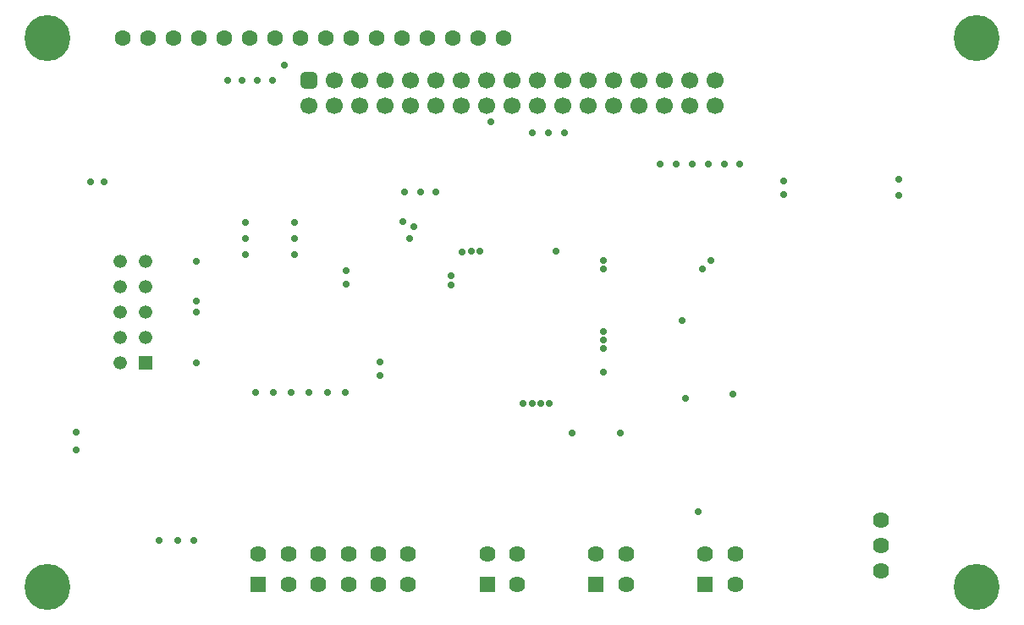
<source format=gbs>
G04*
G04 #@! TF.GenerationSoftware,Altium Limited,Altium Designer,23.8.1 (32)*
G04*
G04 Layer_Color=16711935*
%FSLAX43Y43*%
%MOMM*%
G71*
G04*
G04 #@! TF.SameCoordinates,9BBBEFC2-DBCC-4367-88D2-B00D1FEB7D6A*
G04*
G04*
G04 #@! TF.FilePolarity,Negative*
G04*
G01*
G75*
%ADD45C,4.600*%
%ADD46C,1.700*%
G04:AMPARAMS|DCode=47|XSize=1.7mm|YSize=1.7mm|CornerRadius=0.45mm|HoleSize=0mm|Usage=FLASHONLY|Rotation=0.000|XOffset=0mm|YOffset=0mm|HoleType=Round|Shape=RoundedRectangle|*
%AMROUNDEDRECTD47*
21,1,1.700,0.800,0,0,0.0*
21,1,0.800,1.700,0,0,0.0*
1,1,0.900,0.400,-0.400*
1,1,0.900,-0.400,-0.400*
1,1,0.900,-0.400,0.400*
1,1,0.900,0.400,0.400*
%
%ADD47ROUNDEDRECTD47*%
%ADD48C,3.600*%
%ADD49C,1.600*%
%ADD50C,1.624*%
%ADD51C,0.100*%
%ADD52R,1.624X1.624*%
%ADD53C,1.340*%
%ADD54R,1.340X1.340*%
%ADD55C,0.700*%
D45*
X12500Y67500D02*
D03*
X105500Y12500D02*
D03*
Y67500D02*
D03*
X12500Y12500D02*
D03*
D46*
X64080Y63270D02*
D03*
X61540D02*
D03*
X59000D02*
D03*
X76780Y60730D02*
D03*
X74240D02*
D03*
X71700D02*
D03*
X69160D02*
D03*
X74240Y63270D02*
D03*
X71700D02*
D03*
X69160D02*
D03*
X66620Y60730D02*
D03*
Y63270D02*
D03*
X53920Y60730D02*
D03*
Y63270D02*
D03*
X51380Y60730D02*
D03*
X48840D02*
D03*
X51380Y63270D02*
D03*
X48840D02*
D03*
X46300Y60730D02*
D03*
Y63270D02*
D03*
X43760Y60730D02*
D03*
Y63270D02*
D03*
X41220Y60730D02*
D03*
Y63270D02*
D03*
X56460Y60730D02*
D03*
X59000D02*
D03*
X61540D02*
D03*
X64080D02*
D03*
X38680D02*
D03*
X76780Y63270D02*
D03*
X79320D02*
D03*
Y60730D02*
D03*
X56460Y63270D02*
D03*
D47*
X38680D02*
D03*
D48*
X12500Y67500D02*
D03*
Y12500D02*
D03*
X105500D02*
D03*
Y67500D02*
D03*
D49*
X25080D02*
D03*
X27620D02*
D03*
X30160D02*
D03*
X32700D02*
D03*
X35240D02*
D03*
X37780D02*
D03*
X40320D02*
D03*
X42860D02*
D03*
X45400D02*
D03*
X47940D02*
D03*
X50480D02*
D03*
X53020D02*
D03*
X55560D02*
D03*
X58100D02*
D03*
X20000D02*
D03*
X22540D02*
D03*
D50*
X48600Y12800D02*
D03*
Y15800D02*
D03*
X45600D02*
D03*
Y12800D02*
D03*
X36600D02*
D03*
X39600D02*
D03*
X42600D02*
D03*
X33600Y15800D02*
D03*
X42600D02*
D03*
X39600D02*
D03*
X36600D02*
D03*
X81300D02*
D03*
X78300D02*
D03*
X81300Y12800D02*
D03*
X70400Y15800D02*
D03*
X67400D02*
D03*
X70400Y12800D02*
D03*
X59500Y15800D02*
D03*
X56500D02*
D03*
X59500Y12800D02*
D03*
X95873Y14160D02*
D03*
Y16700D02*
D03*
Y19240D02*
D03*
D51*
X30600Y16740D02*
D03*
X51600D02*
D03*
X84300D02*
D03*
X75300D02*
D03*
X73400D02*
D03*
X64400D02*
D03*
X62500D02*
D03*
X53500D02*
D03*
D52*
X33600Y12800D02*
D03*
X78300D02*
D03*
X67400D02*
D03*
X56500D02*
D03*
D53*
X19800Y37460D02*
D03*
X22340Y42540D02*
D03*
X19800Y45080D02*
D03*
Y34920D02*
D03*
X22340Y37460D02*
D03*
Y40000D02*
D03*
X19800D02*
D03*
Y42540D02*
D03*
X22340Y45080D02*
D03*
D54*
Y34920D02*
D03*
D55*
X56900Y59100D02*
D03*
X63400Y46100D02*
D03*
X64200Y58000D02*
D03*
X62600D02*
D03*
X61000D02*
D03*
X36200Y64800D02*
D03*
X35000Y63200D02*
D03*
X32000D02*
D03*
X30500D02*
D03*
X33500D02*
D03*
X27400Y40000D02*
D03*
Y34920D02*
D03*
Y41173D02*
D03*
Y45080D02*
D03*
X54888Y46112D02*
D03*
X53988Y46088D02*
D03*
X49200Y48600D02*
D03*
X48729Y47408D02*
D03*
X37200Y49000D02*
D03*
X55800Y46100D02*
D03*
X37200Y45800D02*
D03*
Y47400D02*
D03*
X48100Y49100D02*
D03*
X49800Y52100D02*
D03*
X48200D02*
D03*
X51400D02*
D03*
X81100Y31850D02*
D03*
X76300Y31380D02*
D03*
X68120Y45228D02*
D03*
Y44373D02*
D03*
X76000Y39200D02*
D03*
X77650Y20075D02*
D03*
X69800Y27900D02*
D03*
X65000D02*
D03*
X60119Y30880D02*
D03*
X23650Y17200D02*
D03*
X25550D02*
D03*
X27150D02*
D03*
X68120Y34006D02*
D03*
X32300Y45800D02*
D03*
X45800Y33725D02*
D03*
X52880Y42760D02*
D03*
Y43641D02*
D03*
X68120Y36393D02*
D03*
X38700Y32000D02*
D03*
X32300Y49000D02*
D03*
Y47400D02*
D03*
X40500Y32000D02*
D03*
X36900D02*
D03*
X33300D02*
D03*
X42300D02*
D03*
X35100D02*
D03*
X42400Y42800D02*
D03*
Y44150D02*
D03*
X45800Y35075D02*
D03*
X97700Y51700D02*
D03*
Y53300D02*
D03*
X18175Y53100D02*
D03*
X15400Y26200D02*
D03*
X68120Y37248D02*
D03*
X86200Y51825D02*
D03*
X16825Y53100D02*
D03*
X15400Y28000D02*
D03*
X86200Y53175D02*
D03*
X68120Y38102D02*
D03*
X78855Y45228D02*
D03*
X78000Y44373D02*
D03*
X60973Y30880D02*
D03*
X62682D02*
D03*
X61828D02*
D03*
X81800Y54850D02*
D03*
X80200D02*
D03*
X78600D02*
D03*
X77000D02*
D03*
X75400D02*
D03*
X73800D02*
D03*
M02*

</source>
